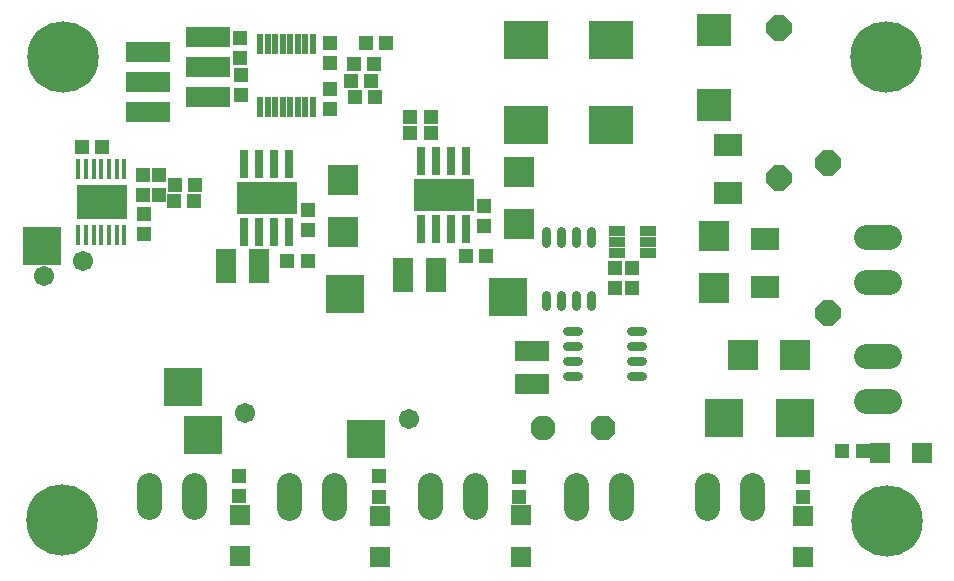
<source format=gts>
G75*
G70*
%OFA0B0*%
%FSLAX24Y24*%
%IPPOS*%
%LPD*%
%AMOC8*
5,1,8,0,0,1.08239X$1,22.5*
%
%ADD10R,0.0277X0.0946*%
%ADD11R,0.2049X0.1064*%
%ADD12R,0.0710X0.1143*%
%ADD13R,0.0474X0.0513*%
%ADD14R,0.1261X0.1261*%
%ADD15R,0.1025X0.1025*%
%ADD16R,0.0178X0.0690*%
%ADD17R,0.1655X0.1182*%
%ADD18R,0.0513X0.0474*%
%ADD19R,0.1497X0.1261*%
%ADD20R,0.1143X0.1084*%
%ADD21R,0.0580X0.0330*%
%ADD22R,0.1143X0.0710*%
%ADD23C,0.0830*%
%ADD24R,0.0230X0.0680*%
%ADD25R,0.1489X0.0671*%
%ADD26R,0.0930X0.0781*%
%ADD27OC8,0.0840*%
%ADD28R,0.0671X0.0671*%
%ADD29C,0.0316*%
%ADD30C,0.0830*%
%ADD31OC8,0.0830*%
%ADD32C,0.2380*%
%ADD33C,0.0674*%
D10*
X008221Y013618D03*
X008721Y013618D03*
X009221Y013618D03*
X009721Y013618D03*
X009721Y015882D03*
X009221Y015882D03*
X008721Y015882D03*
X008221Y015882D03*
X014130Y015982D03*
X014630Y015982D03*
X015130Y015982D03*
X015630Y015982D03*
X015630Y013718D03*
X015130Y013718D03*
X014630Y013718D03*
X014130Y013718D03*
D11*
X014886Y014848D03*
X008977Y014748D03*
D12*
X008728Y012471D03*
X007626Y012471D03*
X013513Y012180D03*
X014616Y012180D03*
D13*
X016228Y013813D03*
X016228Y014482D03*
X014439Y016902D03*
X013769Y016902D03*
X013769Y017453D03*
X014439Y017453D03*
X012590Y018121D03*
X011921Y018121D03*
X011775Y018658D03*
X012444Y018658D03*
X012295Y019918D03*
X012964Y019918D03*
X006598Y015181D03*
X005928Y015181D03*
X005374Y015512D03*
X005374Y014843D03*
X005902Y014649D03*
X006571Y014649D03*
X004885Y014217D03*
X004885Y013547D03*
X003492Y016456D03*
X002823Y016456D03*
X010359Y014331D03*
X010359Y013662D03*
X028170Y006299D03*
X028839Y006299D03*
D14*
X026577Y007407D03*
X024215Y007407D03*
X017017Y011429D03*
X011578Y011554D03*
X006201Y008432D03*
X006854Y006829D03*
X012293Y006705D03*
X001476Y013157D03*
D15*
X011512Y013601D03*
X011512Y015333D03*
X017372Y015606D03*
X017372Y013873D03*
X023875Y013475D03*
X023875Y011743D03*
X024840Y009518D03*
X026572Y009518D03*
D16*
X004228Y013508D03*
X003972Y013508D03*
X003717Y013508D03*
X003461Y013508D03*
X003205Y013508D03*
X002949Y013508D03*
X002693Y013508D03*
X002693Y015713D03*
X002949Y015713D03*
X003205Y015713D03*
X003461Y015713D03*
X003717Y015713D03*
X003972Y015713D03*
X004228Y015713D03*
D17*
X003480Y014610D03*
D18*
X004842Y014830D03*
X004842Y015499D03*
X008126Y018186D03*
X008126Y018855D03*
X008086Y019406D03*
X008086Y020075D03*
X011075Y019901D03*
X011075Y019232D03*
X011889Y019197D03*
X012559Y019197D03*
X011086Y018390D03*
X011086Y017721D03*
X015620Y012810D03*
X016289Y012810D03*
X020579Y012409D03*
X021141Y012403D03*
X021141Y011733D03*
X020579Y011740D03*
X017396Y005454D03*
X017396Y004784D03*
X012728Y004793D03*
X012728Y005463D03*
X008065Y005468D03*
X008065Y004799D03*
X009669Y012656D03*
X010338Y012656D03*
X026846Y005434D03*
X026846Y004764D03*
D19*
X020463Y017174D03*
X017629Y017174D03*
X017629Y020009D03*
X020463Y020009D03*
D20*
X023904Y020352D03*
X023904Y017852D03*
D21*
X021693Y013651D03*
X021693Y013277D03*
X021693Y012903D03*
X020662Y012903D03*
X020662Y013277D03*
X020662Y013651D03*
D22*
X017823Y009632D03*
X017823Y008530D03*
D23*
X019291Y005168D02*
X019291Y004418D01*
X020791Y004418D02*
X020791Y005168D01*
X023641Y005165D02*
X023641Y004415D01*
X025141Y004415D02*
X025141Y005165D01*
X028967Y007991D02*
X029717Y007991D01*
X029717Y009491D02*
X028967Y009491D01*
X028967Y011933D02*
X029717Y011933D01*
X029717Y013433D02*
X028967Y013433D01*
X015926Y005180D02*
X015926Y004430D01*
X014426Y004430D02*
X014426Y005180D01*
X011224Y005168D02*
X011224Y004418D01*
X009724Y004418D02*
X009724Y005168D01*
X006553Y005180D02*
X006553Y004430D01*
X005053Y004430D02*
X005053Y005180D01*
D24*
X008770Y017764D03*
X009020Y017764D03*
X009270Y017764D03*
X009520Y017764D03*
X009770Y017764D03*
X010020Y017764D03*
X010270Y017764D03*
X010520Y017764D03*
X010520Y019882D03*
X010270Y019882D03*
X010020Y019882D03*
X009770Y019882D03*
X009520Y019882D03*
X009270Y019882D03*
X009020Y019882D03*
X008770Y019882D03*
D25*
X007010Y020113D03*
X007010Y019113D03*
X007010Y018113D03*
X005010Y017613D03*
X005010Y018613D03*
X005010Y019613D03*
D26*
X024369Y016524D03*
X024369Y014921D03*
X025580Y013387D03*
X025580Y011785D03*
D27*
X027682Y010907D03*
X026057Y015423D03*
X027682Y015907D03*
X026057Y020423D03*
D28*
X029430Y006249D03*
X030807Y006249D03*
X026844Y004153D03*
X026844Y002775D03*
X017454Y002791D03*
X017454Y004169D03*
X012756Y004158D03*
X012756Y002780D03*
X008093Y002812D03*
X008093Y004190D03*
D29*
X018996Y008825D02*
X019370Y008825D01*
X019370Y009325D02*
X018996Y009325D01*
X018996Y009825D02*
X019370Y009825D01*
X019370Y010325D02*
X018996Y010325D01*
X018802Y011130D02*
X018802Y011504D01*
X018302Y011504D02*
X018302Y011130D01*
X019302Y011130D02*
X019302Y011504D01*
X019802Y011504D02*
X019802Y011130D01*
X021122Y010325D02*
X021496Y010325D01*
X021496Y009825D02*
X021122Y009825D01*
X021122Y009325D02*
X021496Y009325D01*
X021496Y008825D02*
X021122Y008825D01*
X019802Y013256D02*
X019802Y013630D01*
X019302Y013630D02*
X019302Y013256D01*
X018802Y013256D02*
X018802Y013630D01*
X018302Y013630D02*
X018302Y013256D01*
D30*
X018203Y007079D03*
D31*
X020203Y007079D03*
D32*
X002151Y004006D03*
X002194Y019435D03*
X029635Y019443D03*
X029655Y003990D03*
D33*
X013710Y007376D03*
X008238Y007573D03*
X001545Y012140D03*
X002844Y012651D03*
M02*

</source>
